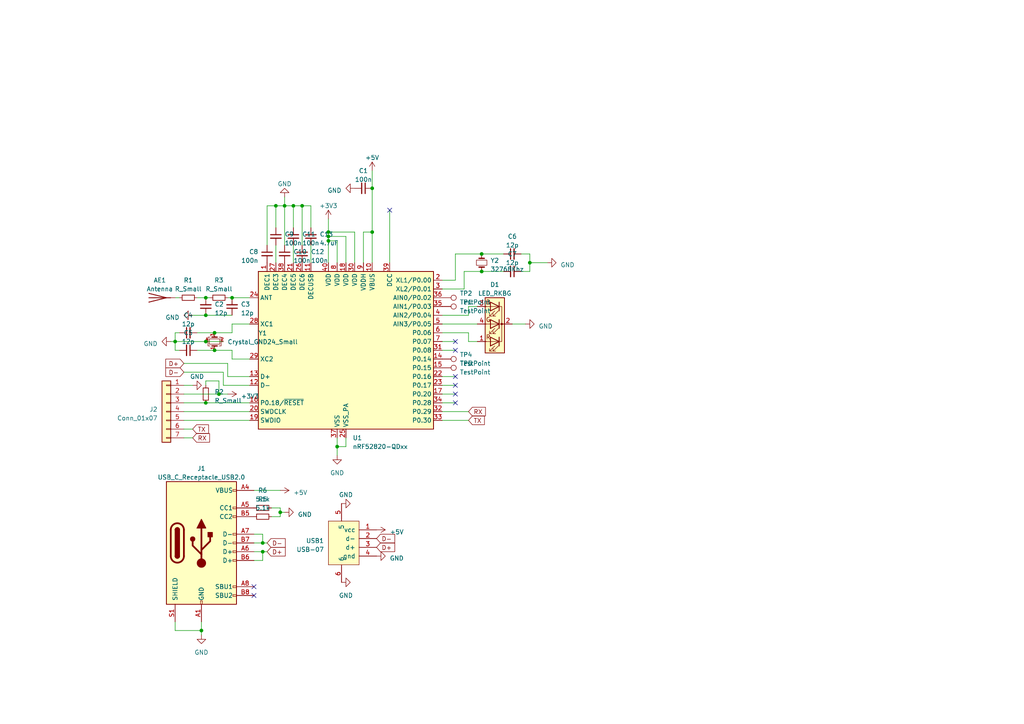
<source format=kicad_sch>
(kicad_sch (version 20230121) (generator eeschema)
  (paper "A4")
  (lib_symbols
    (symbol "Connector:TestPoint" (pin_numbers hide) (pin_names (offset 0.762) hide)
      (property "Reference" "TP" (at 0 6.858 0))
      (property "Value" "TestPoint" (at 0 5.08 0))
      (symbol "TestPoint_0_1"
        (circle (center 0 3.302) (radius 0.762))
      )
      (symbol "TestPoint_1_1"
        (pin passive line (at 0 0 90) (length 2.54) (name "1") (number "1"))
      )
    )
    (symbol "Connector:USB_C_Receptacle_USB2.0" (pin_names (offset 1.016))
      (property "Reference" "J" (at -10.16 19.05 0))
      (property "Value" "USB_C_Receptacle_USB2.0" (at 19.05 19.05 0))
      (symbol "USB_C_Receptacle_USB2.0_0_0"
        (rectangle (start -0.254 -17.78) (end 0.254 -16.764))
        (rectangle (start 10.16 -14.986) (end 9.144 -15.494))
        (rectangle (start 10.16 -12.446) (end 9.144 -12.954))
        (rectangle (start 10.16 -4.826) (end 9.144 -5.334))
        (rectangle (start 10.16 -2.286) (end 9.144 -2.794))
        (rectangle (start 10.16 0.254) (end 9.144 -0.254))
        (rectangle (start 10.16 2.794) (end 9.144 2.286))
        (rectangle (start 10.16 7.874) (end 9.144 7.366))
        (rectangle (start 10.16 10.414) (end 9.144 9.906))
        (rectangle (start 10.16 15.494) (end 9.144 14.986))
      )
      (symbol "USB_C_Receptacle_USB2.0_0_1"
        (rectangle (start -10.16 17.78) (end 10.16 -17.78) (stroke (width 0.254)) (fill (type background)))
        (arc (start -8.89 -3.81) (mid -6.985 -5.7067) (end -5.08 -3.81) (stroke (width 0.508)))
        (arc (start -7.62 -3.81) (mid -6.985 -4.4423) (end -6.35 -3.81) (stroke (width 0.254)))
        (arc (start -7.62 -3.81) (mid -6.985 -4.4423) (end -6.35 -3.81) (stroke (width 0.254)) (fill (type outline)))
        (rectangle (start -7.62 -3.81) (end -6.35 3.81) (stroke (width 0.254)) (fill (type outline)))
        (arc (start -6.35 3.81) (mid -6.985 4.4423) (end -7.62 3.81) (stroke (width 0.254)))
        (arc (start -6.35 3.81) (mid -6.985 4.4423) (end -7.62 3.81) (stroke (width 0.254)) (fill (type outline)))
        (arc (start -5.08 3.81) (mid -6.985 5.7067) (end -8.89 3.81) (stroke (width 0.508)))
        (circle (center -2.54 1.143) (radius 0.635) (stroke (width 0.254)) (fill (type outline)))
        (circle (center 0 -5.842) (radius 1.27) (fill (type outline)))
        (polyline (pts (xy -8.89 -3.81) (xy -8.89 3.81)) (stroke (width 0.508)))
        (polyline (pts (xy -5.08 3.81) (xy -5.08 -3.81)) (stroke (width 0.508)))
        (polyline (pts (xy 0 -5.842) (xy 0 4.318)) (stroke (width 0.508)))
        (polyline (pts (xy 0 -3.302) (xy -2.54 -0.762) (xy -2.54 0.508)) (stroke (width 0.508)))
        (polyline (pts (xy 0 -2.032) (xy 2.54 0.508) (xy 2.54 1.778)) (stroke (width 0.508)))
        (polyline (pts (xy -1.27 4.318) (xy 0 6.858) (xy 1.27 4.318) (xy -1.27 4.318)) (stroke (width 0.254)) (fill (type outline)))
        (rectangle (start 1.905 1.778) (end 3.175 3.048) (stroke (width 0.254)) (fill (type outline)))
      )
      (symbol "USB_C_Receptacle_USB2.0_1_1"
        (pin passive line (at 0 -22.86 90) (length 5.08) (name "GND") (number "A1"))
        (pin passive line (at 0 -22.86 90) (length 5.08) hide (name "GND") (number "A12"))
        (pin passive line (at 15.24 15.24 180) (length 5.08) (name "VBUS") (number "A4"))
        (pin bidirectional line (at 15.24 10.16 180) (length 5.08) (name "CC1") (number "A5"))
        (pin bidirectional line (at 15.24 -2.54 180) (length 5.08) (name "D+") (number "A6"))
        (pin bidirectional line (at 15.24 2.54 180) (length 5.08) (name "D-") (number "A7"))
        (pin bidirectional line (at 15.24 -12.7 180) (length 5.08) (name "SBU1") (number "A8"))
        (pin passive line (at 15.24 15.24 180) (length 5.08) hide (name "VBUS") (number "A9"))
        (pin passive line (at 0 -22.86 90) (length 5.08) hide (name "GND") (number "B1"))
        (pin passive line (at 0 -22.86 90) (length 5.08) hide (name "GND") (number "B12"))
        (pin passive line (at 15.24 15.24 180) (length 5.08) hide (name "VBUS") (number "B4"))
        (pin bidirectional line (at 15.24 7.62 180) (length 5.08) (name "CC2") (number "B5"))
        (pin bidirectional line (at 15.24 -5.08 180) (length 5.08) (name "D+") (number "B6"))
        (pin bidirectional line (at 15.24 0 180) (length 5.08) (name "D-") (number "B7"))
        (pin bidirectional line (at 15.24 -15.24 180) (length 5.08) (name "SBU2") (number "B8"))
        (pin passive line (at 15.24 15.24 180) (length 5.08) hide (name "VBUS") (number "B9"))
        (pin passive line (at -7.62 -22.86 90) (length 5.08) (name "SHIELD") (number "S1"))
      )
    )
    (symbol "Connector_Generic:Conn_01x07" (pin_names (offset 1.016) hide)
      (property "Reference" "J" (at 0 10.16 0))
      (property "Value" "Conn_01x07" (at 0 -10.16 0))
      (symbol "Conn_01x07_1_1"
        (rectangle (start -1.27 -7.493) (end 0 -7.747) (stroke (width 0.1524)))
        (rectangle (start -1.27 -4.953) (end 0 -5.207) (stroke (width 0.1524)))
        (rectangle (start -1.27 -2.413) (end 0 -2.667) (stroke (width 0.1524)))
        (rectangle (start -1.27 0.127) (end 0 -0.127) (stroke (width 0.1524)))
        (rectangle (start -1.27 2.667) (end 0 2.413) (stroke (width 0.1524)))
        (rectangle (start -1.27 5.207) (end 0 4.953) (stroke (width 0.1524)))
        (rectangle (start -1.27 7.747) (end 0 7.493) (stroke (width 0.1524)))
        (rectangle (start -1.27 8.89) (end 1.27 -8.89) (stroke (width 0.254)) (fill (type background)))
        (pin passive line (at -5.08 7.62 0) (length 3.81) (name "Pin_1") (number "1"))
        (pin passive line (at -5.08 5.08 0) (length 3.81) (name "Pin_2") (number "2"))
        (pin passive line (at -5.08 2.54 0) (length 3.81) (name "Pin_3") (number "3"))
        (pin passive line (at -5.08 0 0) (length 3.81) (name "Pin_4") (number "4"))
        (pin passive line (at -5.08 -2.54 0) (length 3.81) (name "Pin_5") (number "5"))
        (pin passive line (at -5.08 -5.08 0) (length 3.81) (name "Pin_6") (number "6"))
        (pin passive line (at -5.08 -7.62 0) (length 3.81) (name "Pin_7") (number "7"))
      )
    )
    (symbol "Device:Antenna" (pin_numbers hide) (pin_names (offset 1.016) hide)
      (property "Reference" "AE" (at -1.905 1.905 0))
      (property "Value" "Antenna" (at -1.905 0 0))
      (symbol "Antenna_0_1"
        (polyline (pts (xy 0 2.54) (xy 0 -3.81)) (stroke (width 0.254)))
        (polyline (pts (xy 1.27 2.54) (xy 0 -2.54) (xy -1.27 2.54)) (stroke (width 0.254)))
      )
      (symbol "Antenna_1_1"
        (pin input line (at 0 -5.08 90) (length 2.54) (name "A") (number "1"))
      )
    )
    (symbol "Device:C_Small" (pin_numbers hide) (pin_names (offset 0.254) hide)
      (property "Reference" "C" (at 0.254 1.778 0))
      (property "Value" "C_Small" (at 0.254 -2.032 0))
      (symbol "C_Small_0_1"
        (polyline (pts (xy -1.524 -0.508) (xy 1.524 -0.508)) (stroke (width 0.3302)))
        (polyline (pts (xy -1.524 0.508) (xy 1.524 0.508)) (stroke (width 0.3048)))
      )
      (symbol "C_Small_1_1"
        (pin passive line (at 0 2.54 270) (length 2.032) (name "~") (number "1"))
        (pin passive line (at 0 -2.54 90) (length 2.032) (name "~") (number "2"))
      )
    )
    (symbol "Device:Crystal_GND24_Small" (pin_names (offset 1.016) hide)
      (property "Reference" "Y" (at 1.27 4.445 0))
      (property "Value" "Crystal_GND24_Small" (at 1.27 2.54 0))
      (symbol "Crystal_GND24_Small_0_1"
        (rectangle (start -0.762 -1.524) (end 0.762 1.524))
        (polyline (pts (xy -1.27 -0.762) (xy -1.27 0.762)) (stroke (width 0.381)))
        (polyline (pts (xy 1.27 -0.762) (xy 1.27 0.762)) (stroke (width 0.381)))
        (polyline (pts (xy -1.27 -1.27) (xy -1.27 -1.905) (xy 1.27 -1.905) (xy 1.27 -1.27)))
        (polyline (pts (xy -1.27 1.27) (xy -1.27 1.905) (xy 1.27 1.905) (xy 1.27 1.27)))
      )
      (symbol "Crystal_GND24_Small_1_1"
        (pin passive line (at -2.54 0 0) (length 1.27) (name "1") (number "1"))
        (pin passive line (at 0 -2.54 90) (length 0.635) (name "2") (number "2"))
        (pin passive line (at 2.54 0 180) (length 1.27) (name "3") (number "3"))
        (pin passive line (at 0 2.54 270) (length 0.635) (name "4") (number "4"))
      )
    )
    (symbol "Device:Crystal_Small" (pin_numbers hide) (pin_names (offset 1.016) hide)
      (property "Reference" "Y" (at 0 2.54 0))
      (property "Value" "Crystal_Small" (at 0 -2.54 0))
      (symbol "Crystal_Small_0_1"
        (rectangle (start -0.762 -1.524) (end 0.762 1.524))
        (polyline (pts (xy -1.27 -0.762) (xy -1.27 0.762)) (stroke (width 0.381)))
        (polyline (pts (xy 1.27 -0.762) (xy 1.27 0.762)) (stroke (width 0.381)))
      )
      (symbol "Crystal_Small_1_1"
        (pin passive line (at -2.54 0 0) (length 1.27) (name "1") (number "1"))
        (pin passive line (at 2.54 0 180) (length 1.27) (name "2") (number "2"))
      )
    )
    (symbol "Device:LED_RKBG" (pin_names (offset 0) hide)
      (property "Reference" "D" (at 0 9.398 0))
      (property "Value" "LED_RKBG" (at 0 -8.89 0))
      (symbol "LED_RKBG_0_0"
        (text "B" (at 1.905 -6.35 0) (effects (font (size 1.27 1.27))))
        (text "G" (at 1.905 -1.27 0) (effects (font (size 1.27 1.27))))
        (text "R" (at 1.905 3.81 0) (effects (font (size 1.27 1.27))))
      )
      (symbol "LED_RKBG_0_1"
        (circle (center -2.032 0) (radius 0.254) (fill (type outline)))
        (polyline (pts (xy -1.27 -5.08) (xy 1.27 -5.08)))
        (polyline (pts (xy -1.27 -3.81) (xy -1.27 -6.35)) (stroke (width 0.254)))
        (polyline (pts (xy -1.27 0) (xy -2.54 0)))
        (polyline (pts (xy -1.27 1.27) (xy -1.27 -1.27)) (stroke (width 0.254)))
        (polyline (pts (xy -1.27 5.08) (xy 1.27 5.08)))
        (polyline (pts (xy -1.27 6.35) (xy -1.27 3.81)) (stroke (width 0.254)))
        (polyline (pts (xy 1.27 -5.08) (xy 2.54 -5.08)))
        (polyline (pts (xy 1.27 0) (xy -1.27 0)))
        (polyline (pts (xy 1.27 0) (xy 2.54 0)))
        (polyline (pts (xy 1.27 5.08) (xy 2.54 5.08)))
        (polyline (pts (xy -1.27 1.27) (xy -1.27 -1.27) (xy -1.27 -1.27)))
        (polyline (pts (xy -1.27 6.35) (xy -1.27 3.81) (xy -1.27 3.81)))
        (polyline (pts (xy -1.27 5.08) (xy -2.032 5.08) (xy -2.032 -5.08) (xy -1.016 -5.08)))
        (polyline (pts (xy 1.27 -3.81) (xy 1.27 -6.35) (xy -1.27 -5.08) (xy 1.27 -3.81)) (stroke (width 0.254)))
        (polyline (pts (xy 1.27 1.27) (xy 1.27 -1.27) (xy -1.27 0) (xy 1.27 1.27)) (stroke (width 0.254)))
        (polyline (pts (xy 1.27 6.35) (xy 1.27 3.81) (xy -1.27 5.08) (xy 1.27 6.35)) (stroke (width 0.254)))
        (polyline (pts (xy -1.016 -3.81) (xy 0.508 -2.286) (xy -0.254 -2.286) (xy 0.508 -2.286) (xy 0.508 -3.048)))
        (polyline (pts (xy -1.016 1.27) (xy 0.508 2.794) (xy -0.254 2.794) (xy 0.508 2.794) (xy 0.508 2.032)))
        (polyline (pts (xy -1.016 6.35) (xy 0.508 7.874) (xy -0.254 7.874) (xy 0.508 7.874) (xy 0.508 7.112)))
        (polyline (pts (xy 0 -3.81) (xy 1.524 -2.286) (xy 0.762 -2.286) (xy 1.524 -2.286) (xy 1.524 -3.048)))
        (polyline (pts (xy 0 1.27) (xy 1.524 2.794) (xy 0.762 2.794) (xy 1.524 2.794) (xy 1.524 2.032)))
        (polyline (pts (xy 0 6.35) (xy 1.524 7.874) (xy 0.762 7.874) (xy 1.524 7.874) (xy 1.524 7.112)))
        (rectangle (start 1.27 -1.27) (end 1.27 1.27))
        (rectangle (start 1.27 1.27) (end 1.27 1.27))
        (rectangle (start 1.27 3.81) (end 1.27 6.35))
        (rectangle (start 1.27 6.35) (end 1.27 6.35))
        (rectangle (start 2.794 8.382) (end -2.794 -7.62) (stroke (width 0.254)) (fill (type background)))
      )
      (symbol "LED_RKBG_1_1"
        (pin passive line (at 5.08 5.08 180) (length 2.54) (name "RA") (number "1"))
        (pin passive line (at -5.08 0 0) (length 2.54) (name "K") (number "2"))
        (pin passive line (at 5.08 -5.08 180) (length 2.54) (name "BA") (number "3"))
        (pin passive line (at 5.08 0 180) (length 2.54) (name "GA") (number "4"))
      )
    )
    (symbol "Device:R_Small" (pin_numbers hide) (pin_names (offset 0.254) hide)
      (property "Reference" "R" (at 0.762 0.508 0))
      (property "Value" "R_Small" (at 0.762 -1.016 0))
      (symbol "R_Small_0_1"
        (rectangle (start -0.762 1.778) (end 0.762 -1.778) (stroke (width 0.2032)))
      )
      (symbol "R_Small_1_1"
        (pin passive line (at 0 2.54 270) (length 0.762) (name "~") (number "1"))
        (pin passive line (at 0 -2.54 90) (length 0.762) (name "~") (number "2"))
      )
    )
    (symbol "MCU_Nordic:nRF52820-QDxx"
      (property "Reference" "U" (at -2.54 0 0))
      (property "Value" "nRF52820-QDxx" (at -2.54 -2.54 0))
      (symbol "nRF52820-QDxx_0_1"
        (rectangle (start -25.4 22.86) (end 25.4 -22.86) (stroke (width 0.254)) (fill (type background)))
      )
      (symbol "nRF52820-QDxx_1_1"
        (pin passive line (at -22.86 25.4 270) (length 2.54) (name "DEC1") (number "1"))
        (pin power_in line (at 7.62 25.4 270) (length 2.54) (name "VBUS") (number "10"))
        (pin passive line (at -10.16 25.4 270) (length 2.54) (name "DECUSB") (number "11"))
        (pin bidirectional line (at -27.94 -10.16 0) (length 2.54) (name "D-") (number "12"))
        (pin bidirectional line (at -27.94 -7.62 0) (length 2.54) (name "D+") (number "13"))
        (pin bidirectional line (at 27.94 -2.54 180) (length 2.54) (name "P0.14") (number "14"))
        (pin bidirectional line (at 27.94 -5.08 180) (length 2.54) (name "P0.15") (number "15"))
        (pin bidirectional line (at -27.94 -15.24 0) (length 2.54) (name "P0.18/~{RESET}") (number "16"))
        (pin bidirectional line (at 27.94 -12.7 180) (length 2.54) (name "P0.20") (number "17"))
        (pin power_in line (at 0 25.4 270) (length 2.54) (name "VDD") (number "18"))
        (pin bidirectional line (at -27.94 -20.32 0) (length 2.54) (name "SWDIO") (number "19"))
        (pin bidirectional line (at 27.94 20.32 180) (length 2.54) (name "XL1/P0.00") (number "2"))
        (pin input line (at -27.94 -17.78 0) (length 2.54) (name "SWDCLK") (number "20"))
        (pin passive line (at -15.24 25.4 270) (length 2.54) (name "DEC5") (number "21"))
        (pin bidirectional line (at 27.94 -7.62 180) (length 2.54) (name "P0.16") (number "22"))
        (pin bidirectional line (at 27.94 -10.16 180) (length 2.54) (name "P0.17") (number "23"))
        (pin passive line (at -27.94 15.24 0) (length 2.54) (name "ANT") (number "24"))
        (pin power_in line (at 0 -25.4 90) (length 2.54) (name "VSS_PA") (number "25"))
        (pin passive line (at -12.7 25.4 270) (length 2.54) (name "DEC6") (number "26"))
        (pin passive line (at -20.32 25.4 270) (length 2.54) (name "DEC3") (number "27"))
        (pin input line (at -27.94 7.62 0) (length 2.54) (name "XC1") (number "28"))
        (pin input line (at -27.94 -2.54 0) (length 2.54) (name "XC2") (number "29"))
        (pin bidirectional line (at 27.94 17.78 180) (length 2.54) (name "XL2/P0.01") (number "3"))
        (pin power_in line (at 2.54 25.4 270) (length 2.54) (name "VDD") (number "30"))
        (pin bidirectional line (at 27.94 0 180) (length 2.54) (name "P0.08") (number "31"))
        (pin bidirectional line (at 27.94 -17.78 180) (length 2.54) (name "P0.29") (number "32"))
        (pin bidirectional line (at 27.94 -20.32 180) (length 2.54) (name "P0.30") (number "33"))
        (pin bidirectional line (at 27.94 -15.24 180) (length 2.54) (name "P0.28") (number "34"))
        (pin bidirectional line (at 27.94 12.7 180) (length 2.54) (name "AIN1/P0.03") (number "35"))
        (pin bidirectional line (at 27.94 15.24 180) (length 2.54) (name "AIN0/P0.02") (number "36"))
        (pin power_in line (at -2.54 -25.4 90) (length 2.54) (name "VSS") (number "37"))
        (pin passive line (at -17.78 25.4 270) (length 2.54) (name "DEC4") (number "38"))
        (pin power_out line (at 12.7 25.4 270) (length 2.54) (name "DCC") (number "39"))
        (pin bidirectional line (at 27.94 10.16 180) (length 2.54) (name "AIN2/P0.04") (number "4"))
        (pin power_in line (at -5.08 25.4 270) (length 2.54) (name "VDD") (number "40"))
        (pin passive line (at -2.54 -25.4 90) (length 2.54) hide (name "VSS") (number "41"))
        (pin bidirectional line (at 27.94 7.62 180) (length 2.54) (name "AIN3/P0.05") (number "5"))
        (pin bidirectional line (at 27.94 5.08 180) (length 2.54) (name "P0.06") (number "6"))
        (pin bidirectional line (at 27.94 2.54 180) (length 2.54) (name "P0.07") (number "7"))
        (pin power_in line (at -2.54 25.4 270) (length 2.54) (name "VDD") (number "8"))
        (pin power_in line (at 5.08 25.4 270) (length 2.54) (name "VDDH") (number "9"))
      )
    )
    (symbol "lib:USB-07" (pin_names (offset 1.016))
      (property "Reference" "USB" (at 0 14.224 0))
      (property "Value" "USB-07" (at 0 19.304 0))
      (symbol "USB-07_1_1"
        (rectangle (start -7.62 6.35) (end 1.27 -6.35) (stroke (width 0.1524)) (fill (type background)))
        (pin input line (at 6.35 3.81 180) (length 5.08) (name "vcc") (number "1"))
        (pin input line (at 6.35 1.27 180) (length 5.08) (name "d-") (number "2"))
        (pin input line (at 6.35 -1.27 180) (length 5.08) (name "d+") (number "3"))
        (pin input line (at 6.35 -3.81 180) (length 5.08) (name "gnd") (number "4"))
        (pin input line (at -3.81 11.43 270) (length 5.08) (name "5") (number "5"))
        (pin input line (at -3.81 -11.43 90) (length 5.08) (name "6") (number "6"))
      )
    )
    (symbol "power:+3V3" (power) (pin_names (offset 0))
      (property "Value" "+3V3" (at 0 3.556 0))
      (symbol "+3V3_0_1"
        (polyline (pts (xy -0.762 1.27) (xy 0 2.54)))
        (polyline (pts (xy 0 0) (xy 0 2.54)))
        (polyline (pts (xy 0 2.54) (xy 0.762 1.27)))
      )
      (symbol "+3V3_1_1"
        (pin power_in line (at 0 0 90) (length 0) hide (name "+3V3") (number "1"))
      )
    )
    (symbol "power:+5V" (power) (pin_names (offset 0))
      (property "Value" "+5V" (at 0 3.556 0))
      (symbol "+5V_0_1"
        (polyline (pts (xy -0.762 1.27) (xy 0 2.54)))
        (polyline (pts (xy 0 0) (xy 0 2.54)))
        (polyline (pts (xy 0 2.54) (xy 0.762 1.27)))
      )
      (symbol "+5V_1_1"
        (pin power_in line (at 0 0 90) (length 0) hide (name "+5V") (number "1"))
      )
    )
    (symbol "power:GND" (power) (pin_names (offset 0))
      (property "Value" "GND" (at 0 -3.81 0))
      (symbol "GND_0_1"
        (polyline (pts (xy 0 0) (xy 0 -1.27) (xy 1.27 -1.27) (xy 0 -2.54) (xy -1.27 -1.27) (xy 0 -1.27)))
      )
      (symbol "GND_1_1"
        (pin power_in line (at 0 0 270) (length 0) hide (name "GND") (number "1"))
      )
    )
  )
  (junction (at 97.79 129.54))
  (junction (at 82.55 59.69))
  (junction (at 59.69 91.44))
  (junction (at 95.25 67.31))
  (junction (at 50.8 99.06))
  (junction (at 62.23 101.6))
  (junction (at 139.7 73.66))
  (junction (at 95.25 68.58))
  (junction (at 59.69 86.36))
  (junction (at 62.23 96.52))
  (junction (at 63.5 114.3))
  (junction (at 87.63 59.69))
  (junction (at 107.95 67.31))
  (junction (at 95.25 69.85))
  (junction (at 139.7 78.74))
  (junction (at 59.69 99.06))
  (junction (at 85.09 59.69))
  (junction (at 59.69 116.84))
  (junction (at 76.2 157.48))
  (junction (at 81.28 148.59))
  (junction (at 153.67 76.2))
  (junction (at 107.95 54.61))
  (junction (at 80.01 59.69))
  (junction (at 76.2 160.02))
  (junction (at 67.31 86.36))
  (junction (at 58.42 182.88))
  (no_connect (at 73.66 170.18))
  (no_connect (at 73.66 172.72))
  (no_connect (at 132.08 111.76))
  (no_connect (at 132.08 101.6))
  (no_connect (at 132.08 99.06))
  (no_connect (at 132.08 109.22))
  (no_connect (at 113.03 60.96))
  (no_connect (at 132.08 116.84))
  (no_connect (at 132.08 114.3))
  (wire (pts (xy 64.77 107.95) (xy 53.34 107.95)))
  (wire (pts (xy 53.34 124.46) (xy 55.88 124.46)))
  (wire (pts (xy 67.31 93.98) (xy 67.31 96.52)))
  (wire (pts (xy 50.8 182.88) (xy 58.42 182.88)))
  (wire (pts (xy 95.25 63.5) (xy 95.25 67.31)))
  (wire (pts (xy 151.13 78.74) (xy 153.67 78.74)))
  (wire (pts (xy 153.67 78.74) (xy 153.67 76.2)))
  (wire (pts (xy 66.04 109.22) (xy 72.39 109.22)))
  (wire (pts (xy 97.79 129.54) (xy 97.79 132.08)))
  (wire (pts (xy 100.33 129.54) (xy 97.79 129.54)))
  (wire (pts (xy 139.7 78.74) (xy 146.05 78.74)))
  (wire (pts (xy 53.34 114.3) (xy 63.5 114.3)))
  (wire (pts (xy 72.39 93.98) (xy 67.31 93.98)))
  (wire (pts (xy 95.25 69.85) (xy 97.79 69.85)))
  (wire (pts (xy 102.87 67.31) (xy 95.25 67.31)))
  (wire (pts (xy 85.09 66.04) (xy 85.09 59.69)))
  (wire (pts (xy 53.34 116.84) (xy 59.69 116.84)))
  (wire (pts (xy 81.28 148.59) (xy 82.55 148.59)))
  (wire (pts (xy 128.27 116.84) (xy 132.08 116.84)))
  (wire (pts (xy 59.69 116.84) (xy 72.39 116.84)))
  (wire (pts (xy 132.08 73.66) (xy 139.7 73.66)))
  (wire (pts (xy 63.5 114.3) (xy 66.04 114.3)))
  (wire (pts (xy 90.17 71.12) (xy 90.17 76.2)))
  (wire (pts (xy 95.25 69.85) (xy 95.25 76.2)))
  (wire (pts (xy 57.15 101.6) (xy 62.23 101.6)))
  (wire (pts (xy 53.34 105.41) (xy 66.04 105.41)))
  (wire (pts (xy 100.33 127) (xy 100.33 129.54)))
  (wire (pts (xy 107.95 67.31) (xy 105.41 67.31)))
  (wire (pts (xy 73.66 154.94) (xy 76.2 154.94)))
  (wire (pts (xy 153.67 76.2) (xy 158.75 76.2)))
  (wire (pts (xy 128.27 83.82) (xy 134.62 83.82)))
  (wire (pts (xy 73.66 142.24) (xy 81.28 142.24)))
  (wire (pts (xy 76.2 157.48) (xy 77.47 157.48)))
  (wire (pts (xy 55.88 91.44) (xy 59.69 91.44)))
  (wire (pts (xy 67.31 86.36) (xy 72.39 86.36)))
  (wire (pts (xy 58.42 182.88) (xy 58.42 180.34)))
  (wire (pts (xy 151.13 73.66) (xy 153.67 73.66)))
  (wire (pts (xy 135.89 96.52) (xy 135.89 99.06)))
  (wire (pts (xy 134.62 78.74) (xy 139.7 78.74)))
  (wire (pts (xy 50.8 101.6) (xy 50.8 99.06)))
  (wire (pts (xy 53.34 127) (xy 55.88 127)))
  (wire (pts (xy 135.89 88.9) (xy 138.43 88.9)))
  (wire (pts (xy 72.39 111.76) (xy 64.77 111.76)))
  (wire (pts (xy 128.27 81.28) (xy 132.08 81.28)))
  (wire (pts (xy 59.69 99.06) (xy 64.77 99.06)))
  (wire (pts (xy 59.69 111.76) (xy 59.69 110.49)))
  (wire (pts (xy 82.55 59.69) (xy 82.55 71.12)))
  (wire (pts (xy 72.39 104.14) (xy 67.31 104.14)))
  (wire (pts (xy 66.04 86.36) (xy 67.31 86.36)))
  (wire (pts (xy 63.5 110.49) (xy 63.5 114.3)))
  (wire (pts (xy 50.8 180.34) (xy 50.8 182.88)))
  (wire (pts (xy 128.27 114.3) (xy 132.08 114.3)))
  (wire (pts (xy 85.09 59.69) (xy 82.55 59.69)))
  (wire (pts (xy 95.25 67.31) (xy 95.25 68.58)))
  (wire (pts (xy 102.87 76.2) (xy 102.87 67.31)))
  (wire (pts (xy 81.28 149.86) (xy 81.28 148.59)))
  (wire (pts (xy 66.04 105.41) (xy 66.04 109.22)))
  (wire (pts (xy 67.31 104.14) (xy 67.31 101.6)))
  (wire (pts (xy 76.2 154.94) (xy 76.2 157.48)))
  (wire (pts (xy 128.27 111.76) (xy 132.08 111.76)))
  (wire (pts (xy 153.67 73.66) (xy 153.67 76.2)))
  (wire (pts (xy 128.27 119.38) (xy 135.89 119.38)))
  (wire (pts (xy 100.33 76.2) (xy 100.33 68.58)))
  (wire (pts (xy 50.8 99.06) (xy 59.69 99.06)))
  (wire (pts (xy 107.95 76.2) (xy 107.95 67.31)))
  (wire (pts (xy 85.09 71.12) (xy 85.09 76.2)))
  (wire (pts (xy 128.27 99.06) (xy 132.08 99.06)))
  (wire (pts (xy 95.25 68.58) (xy 95.25 69.85)))
  (wire (pts (xy 76.2 160.02) (xy 77.47 160.02)))
  (wire (pts (xy 59.69 110.49) (xy 63.5 110.49)))
  (wire (pts (xy 52.07 96.52) (xy 50.8 96.52)))
  (wire (pts (xy 62.23 96.52) (xy 67.31 96.52)))
  (wire (pts (xy 128.27 93.98) (xy 138.43 93.98)))
  (wire (pts (xy 128.27 101.6) (xy 132.08 101.6)))
  (wire (pts (xy 57.15 86.36) (xy 59.69 86.36)))
  (wire (pts (xy 134.62 83.82) (xy 134.62 78.74)))
  (wire (pts (xy 58.42 182.88) (xy 58.42 184.15)))
  (wire (pts (xy 80.01 71.12) (xy 80.01 76.2)))
  (wire (pts (xy 139.7 73.66) (xy 146.05 73.66)))
  (wire (pts (xy 64.77 111.76) (xy 64.77 107.95)))
  (wire (pts (xy 50.8 86.36) (xy 52.07 86.36)))
  (wire (pts (xy 87.63 59.69) (xy 85.09 59.69)))
  (wire (pts (xy 113.03 60.96) (xy 113.03 76.2)))
  (wire (pts (xy 59.69 86.36) (xy 60.96 86.36)))
  (wire (pts (xy 87.63 71.12) (xy 87.63 59.69)))
  (wire (pts (xy 80.01 59.69) (xy 80.01 66.04)))
  (wire (pts (xy 81.28 147.32) (xy 81.28 148.59)))
  (wire (pts (xy 90.17 59.69) (xy 87.63 59.69)))
  (wire (pts (xy 100.33 68.58) (xy 95.25 68.58)))
  (wire (pts (xy 128.27 109.22) (xy 132.08 109.22)))
  (wire (pts (xy 53.34 121.92) (xy 72.39 121.92)))
  (wire (pts (xy 62.23 101.6) (xy 67.31 101.6)))
  (wire (pts (xy 128.27 121.92) (xy 135.89 121.92)))
  (wire (pts (xy 132.08 81.28) (xy 132.08 73.66)))
  (wire (pts (xy 73.66 157.48) (xy 76.2 157.48)))
  (wire (pts (xy 50.8 99.06) (xy 49.53 99.06)))
  (wire (pts (xy 73.66 160.02) (xy 76.2 160.02)))
  (wire (pts (xy 77.47 71.12) (xy 77.47 59.69)))
  (wire (pts (xy 57.15 96.52) (xy 62.23 96.52)))
  (wire (pts (xy 128.27 91.44) (xy 135.89 91.44)))
  (wire (pts (xy 53.34 119.38) (xy 72.39 119.38)))
  (wire (pts (xy 97.79 127) (xy 97.79 129.54)))
  (wire (pts (xy 148.59 93.98) (xy 152.4 93.98)))
  (wire (pts (xy 90.17 66.04) (xy 90.17 59.69)))
  (wire (pts (xy 80.01 59.69) (xy 82.55 59.69)))
  (wire (pts (xy 107.95 54.61) (xy 107.95 67.31)))
  (wire (pts (xy 52.07 101.6) (xy 50.8 101.6)))
  (wire (pts (xy 78.74 149.86) (xy 81.28 149.86)))
  (wire (pts (xy 97.79 76.2) (xy 97.79 69.85)))
  (wire (pts (xy 135.89 91.44) (xy 135.89 88.9)))
  (wire (pts (xy 82.55 59.69) (xy 82.55 57.15)))
  (wire (pts (xy 128.27 96.52) (xy 135.89 96.52)))
  (wire (pts (xy 76.2 162.56) (xy 76.2 160.02)))
  (wire (pts (xy 77.47 59.69) (xy 80.01 59.69)))
  (wire (pts (xy 53.34 111.76) (xy 55.88 111.76)))
  (wire (pts (xy 78.74 147.32) (xy 81.28 147.32)))
  (wire (pts (xy 107.95 49.53) (xy 107.95 54.61)))
  (wire (pts (xy 73.66 162.56) (xy 76.2 162.56)))
  (wire (pts (xy 105.41 76.2) (xy 105.41 67.31)))
  (wire (pts (xy 135.89 99.06) (xy 138.43 99.06)))
  (wire (pts (xy 59.69 91.44) (xy 67.31 91.44)))
  (wire (pts (xy 50.8 96.52) (xy 50.8 99.06)))
  (global_label "TX" (shape input) (at 135.89 121.92 0) (property "Intersheetrefs" "${INTERSHEET_REFS}" (effects hide)))
  (global_label "TX" (shape input) (at 55.88 124.46 0) (property "Intersheetrefs" "${INTERSHEET_REFS}" (effects hide)))
  (global_label "RX" (shape input) (at 135.89 119.38 0) (property "Intersheetrefs" "${INTERSHEET_REFS}" (effects hide)))
  (global_label "D+" (shape input) (at 77.47 160.02 0) (property "Intersheetrefs" "${INTERSHEET_REFS}" (effects hide)))
  (global_label "D+" (shape input) (at 109.22 158.75 0) (property "Intersheetrefs" "${INTERSHEET_REFS}" (effects hide)))
  (global_label "D-" (shape input) (at 77.47 157.48 0) (property "Intersheetrefs" "${INTERSHEET_REFS}" (effects hide)))
  (global_label "D-" (shape input) (at 53.34 107.95 180) (property "Intersheetrefs" "${INTERSHEET_REFS}" (effects hide)))
  (global_label "D-" (shape input) (at 109.22 156.21 0) (property "Intersheetrefs" "${INTERSHEET_REFS}" (effects hide)))
  (global_label "RX" (shape input) (at 55.88 127 0) (property "Intersheetrefs" "${INTERSHEET_REFS}" (effects hide)))
  (global_label "D+" (shape input) (at 53.34 105.41 180) (property "Intersheetrefs" "${INTERSHEET_REFS}" (effects hide)))
  (symbol (lib_id "Device:C_Small") (at 148.59 73.66 90) (unit 1)
    (property "Reference" "C6" (at 148.5963 68.58 90))
    (property "Value" "12p" (at 148.5963 71.12 90))
    (property "Footprint" "Capacitor_SMD:C_0402_1005Metric" (effects hide))
  )
  (symbol (lib_id "MCU_Nordic:nRF52820-QDxx") (at 100.33 101.6 0) (unit 1)
    (property "Reference" "U1" (at 102.2859 127 0) (effects (justify left)))
    (property "Value" "nRF52820-QDxx" (at 102.2859 129.54 0) (effects (justify left)))
    (property "Footprint" "Package_DFN_QFN:QFN-40-1EP_5x5mm_P0.4mm_EP3.6x3.6mm" (effects hide))
    (property "Datasheet" "https://infocenter.nordicsemi.com/pdf/nRF52820_PS_v1.0.pdf" (effects hide))
  )
  (symbol (lib_id "Device:C_Small") (at 59.69 88.9 180) (unit 1)
    (property "Reference" "C2" (at 62.23 88.2586 0) (effects (justify right)))
    (property "Value" "12p" (at 62.23 90.7986 0) (effects (justify right)))
    (property "Footprint" "Capacitor_SMD:C_0402_1005Metric" (effects hide))
  )
  (symbol (lib_id "Connector:TestPoint") (at 128.27 104.14 270) (unit 1)
    (property "Reference" "TP4" (at 133.35 102.87 90) (effects (justify left)))
    (property "Value" "TestPoint" (at 133.35 105.41 90) (effects (justify left)))
    (property "Footprint" "TestPoint:TestPoint_Pad_D1.0mm" (effects hide))
  )
  (symbol (lib_id "Device:C_Small") (at 67.31 88.9 180) (unit 1)
    (property "Reference" "C3" (at 69.85 88.2586 0) (effects (justify right)))
    (property "Value" "12p" (at 69.85 90.7986 0) (effects (justify right)))
    (property "Footprint" "Capacitor_SMD:C_0402_1005Metric" (effects hide))
  )
  (symbol (lib_id "Device:R_Small") (at 76.2 149.86 90) (unit 1)
    (property "Reference" "R5" (at 76.2 144.78 90))
    (property "Value" "5.1k" (at 76.2 147.32 90))
    (property "Footprint" "Resistor_SMD:R_0402_1005Metric" (effects hide))
  )
  (symbol (lib_id "Device:C_Small") (at 105.41 54.61 270) (unit 1)
    (property "Reference" "C1" (at 105.4036 49.53 90))
    (property "Value" "100n" (at 105.4036 52.07 90))
    (property "Footprint" "Capacitor_SMD:C_0402_1005Metric" (effects hide))
  )
  (symbol (lib_id "Device:C_Small") (at 80.01 68.58 0) (unit 1)
    (property "Reference" "C9" (at 82.55 67.9513 0) (effects (justify left)))
    (property "Value" "100n" (at 82.55 70.4913 0) (effects (justify left)))
    (property "Footprint" "Capacitor_SMD:C_0402_1005Metric" (effects hide))
  )
  (symbol (lib_id "Device:R_Small") (at 76.2 147.32 90) (unit 1)
    (property "Reference" "R6" (at 76.2 142.24 90))
    (property "Value" "5.1k" (at 76.2 144.78 90))
    (property "Footprint" "Resistor_SMD:R_0402_1005Metric" (effects hide))
  )
  (symbol (lib_id "power:+3V3") (at 66.04 114.3 270) (unit 1)
    (property "Reference" "#PWR02" (effects hide))
    (property "Value" "+3V3" (at 69.85 114.935 90) (effects (justify left)))
  )
  (symbol (lib_id "Device:C_Small") (at 54.61 96.52 90) (unit 1)
    (property "Reference" "C4" (at 54.6163 91.44 90))
    (property "Value" "12p" (at 54.6163 93.98 90))
    (property "Footprint" "Capacitor_SMD:C_0402_1005Metric" (effects hide))
  )
  (symbol (lib_id "Device:C_Small") (at 85.09 68.58 0) (unit 1)
    (property "Reference" "C11" (at 87.63 67.9513 0) (effects (justify left)))
    (property "Value" "100n" (at 87.63 70.4913 0) (effects (justify left)))
    (property "Footprint" "Capacitor_SMD:C_0402_1005Metric" (effects hide))
  )
  (symbol (lib_id "power:GND") (at 109.22 161.29 90) (unit 1)
    (property "Reference" "#PWR013" (effects hide))
    (property "Value" "GND" (at 113.03 161.925 90) (effects (justify right)))
  )
  (symbol (lib_id "Connector:TestPoint") (at 128.27 106.68 270) (unit 1)
    (property "Reference" "TP5" (at 133.35 105.41 90) (effects (justify left)))
    (property "Value" "TestPoint" (at 133.35 107.95 90) (effects (justify left)))
    (property "Footprint" "TestPoint:TestPoint_Pad_D1.0mm" (effects hide))
  )
  (symbol (lib_id "Device:C_Small") (at 82.55 73.66 0) (unit 1)
    (property "Reference" "C10" (at 85.09 73.0313 0) (effects (justify left)))
    (property "Value" "100n" (at 85.09 75.5713 0) (effects (justify left)))
    (property "Footprint" "Capacitor_SMD:C_0402_1005Metric" (effects hide))
  )
  (symbol (lib_id "Device:C_Small") (at 54.61 101.6 270) (unit 1)
    (property "Reference" "C5" (at 54.6036 96.52 90))
    (property "Value" "12p" (at 54.6036 99.06 90))
    (property "Footprint" "Capacitor_SMD:C_0402_1005Metric" (effects hide))
  )
  (symbol (lib_id "power:GND") (at 158.75 76.2 90) (unit 1)
    (property "Reference" "#PWR05" (effects hide))
    (property "Value" "GND" (at 162.56 76.835 90) (effects (justify right)))
  )
  (symbol (lib_id "power:GND") (at 82.55 148.59 90) (unit 1)
    (property "Reference" "#PWR06" (effects hide))
    (property "Value" "GND" (at 86.36 149.225 90) (effects (justify right)))
  )
  (symbol (lib_id "power:GND") (at 49.53 99.06 270) (unit 1)
    (property "Reference" "#PWR04" (effects hide))
    (property "Value" "GND" (at 45.72 99.695 90) (effects (justify right)))
  )
  (symbol (lib_id "Device:C_Small") (at 87.63 73.66 0) (unit 1)
    (property "Reference" "C12" (at 90.17 73.0313 0) (effects (justify left)))
    (property "Value" "100n" (at 90.17 75.5713 0) (effects (justify left)))
    (property "Footprint" "Capacitor_SMD:C_0402_1005Metric" (effects hide))
  )
  (symbol (lib_id "power:GND") (at 82.55 57.15 180) (unit 1)
    (property "Reference" "#PWR011" (effects hide))
    (property "Value" "GND" (at 82.55 53.34 0))
  )
  (symbol (lib_id "power:GND") (at 99.06 168.91 90) (unit 1)
    (property "Reference" "#PWR016" (effects hide))
    (property "Value" "GND" (at 100.33 172.72 90))
  )
  (symbol (lib_id "power:GND") (at 55.88 111.76 90) (unit 1)
    (property "Reference" "#PWR01" (effects hide))
    (property "Value" "GND" (at 57.15 109.22 90))
  )
  (symbol (lib_id "Device:C_Small") (at 148.59 78.74 270) (unit 1)
    (property "Reference" "C7" (at 148.5836 73.66 90))
    (property "Value" "12p" (at 148.5836 76.2 90))
    (property "Footprint" "Capacitor_SMD:C_0402_1005Metric" (effects hide))
  )
  (symbol (lib_id "power:GND") (at 58.42 184.15 0) (unit 1)
    (property "Reference" "#PWR08" (effects hide))
    (property "Value" "GND" (at 58.42 189.23 0))
  )
  (symbol (lib_id "power:GND") (at 99.06 146.05 90) (unit 1)
    (property "Reference" "#PWR015" (effects hide))
    (property "Value" "GND" (at 100.33 143.51 90))
  )
  (symbol (lib_id "Connector:TestPoint") (at 128.27 88.9 270) (unit 1)
    (property "Reference" "TP1" (at 133.35 87.63 90) (effects (justify left)))
    (property "Value" "TestPoint" (at 133.35 90.17 90) (effects (justify left)))
    (property "Footprint" "TestPoint:TestPoint_Pad_D1.0mm" (effects hide))
  )
  (symbol (lib_id "Device:Crystal_Small") (at 139.7 76.2 90) (unit 1)
    (property "Reference" "Y2" (at 142.24 75.565 90) (effects (justify right)))
    (property "Value" "32768Khz" (at 142.24 78.105 90) (effects (justify right)))
    (property "Footprint" "Crystal:Crystal_SMD_3215-2Pin_3.2x1.5mm" (effects hide))
  )
  (symbol (lib_id "power:GND") (at 97.79 132.08 0) (unit 1)
    (property "Reference" "#PWR07" (effects hide))
    (property "Value" "GND" (at 97.79 137.16 0))
  )
  (symbol (lib_id "Connector:TestPoint") (at 128.27 86.36 270) (unit 1)
    (property "Reference" "TP2" (at 133.35 85.09 90) (effects (justify left)))
    (property "Value" "TestPoint" (at 133.35 87.63 90) (effects (justify left)))
    (property "Footprint" "TestPoint:TestPoint_Pad_D1.0mm" (effects hide))
  )
  (symbol (lib_id "power:GND") (at 102.87 54.61 270) (unit 1)
    (property "Reference" "#PWR014" (effects hide))
    (property "Value" "GND" (at 99.06 55.245 90) (effects (justify right)))
  )
  (symbol (lib_id "Device:R_Small") (at 59.69 114.3 0) (unit 1)
    (property "Reference" "R2" (at 62.23 113.665 0) (effects (justify left)))
    (property "Value" "R_Small" (at 62.23 116.205 0) (effects (justify left)))
    (property "Footprint" "Resistor_SMD:R_0402_1005Metric" (effects hide))
  )
  (symbol (lib_id "power:+5V") (at 81.28 142.24 270) (unit 1)
    (property "Reference" "#PWR018" (effects hide))
    (property "Value" "+5V" (at 85.09 142.875 90) (effects (justify left)))
  )
  (symbol (lib_id "Device:Crystal_GND24_Small") (at 62.23 99.06 90) (unit 1)
    (property "Reference" "Y1" (at 76.2 96.6217 90))
    (property "Value" "Crystal_GND24_Small" (at 76.2 99.1617 90))
    (property "Footprint" "Crystal:Crystal_SMD_3225-4Pin_3.2x2.5mm" (effects hide))
  )
  (symbol (lib_id "power:GND") (at 152.4 93.98 90) (unit 1)
    (property "Reference" "#PWR012" (effects hide))
    (property "Value" "GND" (at 156.21 94.615 90) (effects (justify right)))
  )
  (symbol (lib_id "power:GND") (at 55.88 91.44 270) (unit 1)
    (property "Reference" "#PWR03" (effects hide))
    (property "Value" "GND" (at 52.07 92.075 90) (effects (justify right)))
  )
  (symbol (lib_id "Device:R_Small") (at 63.5 86.36 90) (unit 1)
    (property "Reference" "R3" (at 63.5 81.28 90))
    (property "Value" "R_Small" (at 63.5 83.82 90))
    (property "Footprint" "Resistor_SMD:R_0402_1005Metric" (effects hide))
  )
  (symbol (lib_id "power:+5V") (at 109.22 153.67 270) (unit 1)
    (property "Reference" "#PWR09" (effects hide))
    (property "Value" "+5V" (at 113.03 154.305 90) (effects (justify left)))
  )
  (symbol (lib_id "Connector:USB_C_Receptacle_USB2.0") (at 58.42 157.48 0) (unit 1)
    (property "Reference" "J1" (at 58.42 135.89 0))
    (property "Value" "USB_C_Receptacle_USB2.0" (at 58.42 138.43 0))
    (property "Footprint" "Connector_USB:USB_C_Receptacle_G-Switch_GT-USB-7010ASV" (effects hide))
    (property "Datasheet" "https://www.usb.org/sites/default/files/documents/usb_type-c.zip" (effects hide))
  )
  (symbol (lib_id "lib:USB-07") (at 102.87 157.48 0) (unit 1)
    (property "Reference" "USB1" (at 93.98 156.845 0) (effects (justify right)))
    (property "Value" "USB-07" (at 93.98 159.385 0) (effects (justify right)))
    (property "Footprint" "lib:USB-A-SMD_USB-07" (effects hide))
    (property "Datasheet" "http://www.szlcsc.com/product/details_195014.html" (effects hide))
    (property "SuppliersPartNumber" "C183610" (effects hide))
    (property "uuid" "std:a94617221c024501a0b9432a8cd010aa" (effects hide))
  )
  (symbol (lib_id "Device:Antenna") (at 45.72 86.36 90) (unit 1)
    (property "Reference" "AE1" (at 46.355 81.28 90))
    (property "Value" "Antenna" (at 46.355 83.82 90))
    (property "Footprint" "RF_Antenna:Texas_SWRA117D_2.4GHz_Left" (effects hide))
  )
  (symbol (lib_id "Device:C_Small") (at 77.47 73.66 0) (unit 1)
    (property "Reference" "C8" (at 74.93 73.0313 0) (effects (justify right)))
    (property "Value" "100n" (at 74.93 75.5713 0) (effects (justify right)))
    (property "Footprint" "Capacitor_SMD:C_0402_1005Metric" (effects hide))
  )
  (symbol (lib_id "power:+3V3") (at 95.25 63.5 0) (unit 1)
    (property "Reference" "#PWR017" (effects hide))
    (property "Value" "+3V3" (at 95.25 59.69 0))
  )
  (symbol (lib_id "Device:LED_RKBG") (at 143.51 93.98 180) (unit 1)
    (property "Reference" "D1" (at 143.51 82.55 0))
    (property "Value" "LED_RKBG" (at 143.51 85.09 0))
    (property "Footprint" "LED_SMD:LED_LiteOn_LTST-C19HE1WT" (effects hide))
  )
  (symbol (lib_id "Device:C_Small") (at 90.17 68.58 0) (unit 1)
    (property "Reference" "C13" (at 92.71 67.9513 0) (effects (justify left)))
    (property "Value" "4.7uF" (at 92.71 70.4913 0) (effects (justify left)))
    (property "Footprint" "Capacitor_SMD:C_0402_1005Metric" (effects hide))
  )
  (symbol (lib_id "Connector_Generic:Conn_01x07") (at 48.26 119.38 0) (mirror y) (unit 1)
    (property "Reference" "J2" (at 45.72 118.745 0) (effects (justify left)))
    (property "Value" "Conn_01x07" (at 45.72 121.285 0) (effects (justify left)))
    (property "Footprint" "Connector_PinHeader_2.54mm:PinHeader_1x07_P2.54mm_Vertical" (effects hide))
  )
  (symbol (lib_id "Device:R_Small") (at 54.61 86.36 90) (unit 1)
    (property "Reference" "R1" (at 54.61 81.28 90))
    (property "Value" "R_Small" (at 54.61 83.82 90))
    (property "Footprint" "Resistor_SMD:R_0402_1005Metric" (effects hide))
  )
  (symbol (lib_id "power:+5V") (at 107.95 49.53 0) (unit 1)
    (property "Reference" "#PWR010" (effects hide))
    (property "Value" "+5V" (at 107.95 45.72 0))
  )
)
</source>
